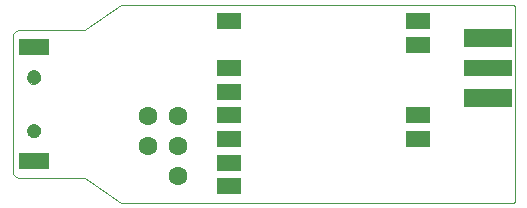
<source format=gbs>
G75*
%MOIN*%
%OFA0B0*%
%FSLAX24Y24*%
%IPPOS*%
%LPD*%
%AMOC8*
5,1,8,0,0,1.08239X$1,22.5*
%
%ADD10C,0.0000*%
%ADD11R,0.1640X0.0640*%
%ADD12R,0.1640X0.0540*%
%ADD13R,0.1040X0.0540*%
%ADD14C,0.0473*%
%ADD15R,0.0827X0.0552*%
%ADD16C,0.0631*%
D10*
X006315Y002474D02*
X006315Y006900D01*
X006317Y006930D01*
X006322Y006960D01*
X006331Y006989D01*
X006344Y007016D01*
X006359Y007042D01*
X006378Y007066D01*
X006399Y007087D01*
X006423Y007106D01*
X006449Y007121D01*
X006476Y007134D01*
X006505Y007143D01*
X006535Y007148D01*
X006565Y007150D01*
X008636Y007150D01*
X008779Y007195D02*
X009915Y007988D01*
X022963Y007988D01*
X022980Y007986D01*
X022997Y007982D01*
X023013Y007975D01*
X023027Y007965D01*
X023040Y007952D01*
X023050Y007938D01*
X023057Y007922D01*
X023061Y007905D01*
X023063Y007888D01*
X023063Y001486D01*
X023061Y001469D01*
X023057Y001452D01*
X023050Y001436D01*
X023040Y001422D01*
X023027Y001409D01*
X023013Y001399D01*
X022997Y001392D01*
X022980Y001388D01*
X022963Y001386D01*
X009915Y001386D01*
X008740Y002224D01*
X006565Y002224D01*
X006535Y002226D01*
X006505Y002231D01*
X006476Y002240D01*
X006449Y002253D01*
X006423Y002268D01*
X006399Y002287D01*
X006378Y002308D01*
X006359Y002332D01*
X006344Y002358D01*
X006331Y002385D01*
X006322Y002414D01*
X006317Y002444D01*
X006315Y002474D01*
X006798Y003801D02*
X006800Y003830D01*
X006806Y003858D01*
X006815Y003886D01*
X006828Y003912D01*
X006845Y003935D01*
X006864Y003957D01*
X006886Y003976D01*
X006911Y003991D01*
X006937Y004004D01*
X006965Y004012D01*
X006993Y004017D01*
X007022Y004018D01*
X007051Y004015D01*
X007079Y004008D01*
X007106Y003998D01*
X007132Y003984D01*
X007155Y003967D01*
X007176Y003947D01*
X007194Y003924D01*
X007209Y003899D01*
X007220Y003872D01*
X007228Y003844D01*
X007232Y003815D01*
X007232Y003787D01*
X007228Y003758D01*
X007220Y003730D01*
X007209Y003703D01*
X007194Y003678D01*
X007176Y003655D01*
X007155Y003635D01*
X007132Y003618D01*
X007106Y003604D01*
X007079Y003594D01*
X007051Y003587D01*
X007022Y003584D01*
X006993Y003585D01*
X006965Y003590D01*
X006937Y003598D01*
X006911Y003611D01*
X006886Y003626D01*
X006864Y003645D01*
X006845Y003667D01*
X006828Y003690D01*
X006815Y003716D01*
X006806Y003744D01*
X006800Y003772D01*
X006798Y003801D01*
X006798Y005573D02*
X006800Y005602D01*
X006806Y005630D01*
X006815Y005658D01*
X006828Y005684D01*
X006845Y005707D01*
X006864Y005729D01*
X006886Y005748D01*
X006911Y005763D01*
X006937Y005776D01*
X006965Y005784D01*
X006993Y005789D01*
X007022Y005790D01*
X007051Y005787D01*
X007079Y005780D01*
X007106Y005770D01*
X007132Y005756D01*
X007155Y005739D01*
X007176Y005719D01*
X007194Y005696D01*
X007209Y005671D01*
X007220Y005644D01*
X007228Y005616D01*
X007232Y005587D01*
X007232Y005559D01*
X007228Y005530D01*
X007220Y005502D01*
X007209Y005475D01*
X007194Y005450D01*
X007176Y005427D01*
X007155Y005407D01*
X007132Y005390D01*
X007106Y005376D01*
X007079Y005366D01*
X007051Y005359D01*
X007022Y005356D01*
X006993Y005357D01*
X006965Y005362D01*
X006937Y005370D01*
X006911Y005383D01*
X006886Y005398D01*
X006864Y005417D01*
X006845Y005439D01*
X006828Y005462D01*
X006815Y005488D01*
X006806Y005516D01*
X006800Y005544D01*
X006798Y005573D01*
X008636Y007150D02*
X008666Y007152D01*
X008696Y007157D01*
X008725Y007167D01*
X008753Y007179D01*
X008779Y007195D01*
D11*
X022165Y006900D03*
X022165Y004900D03*
D12*
X022165Y005900D03*
D13*
X007015Y006596D03*
X007015Y002778D03*
D14*
X007015Y003801D03*
X007015Y005573D03*
D15*
X013515Y005881D03*
X013515Y005094D03*
X013515Y004306D03*
X013515Y003519D03*
X013515Y002731D03*
X013515Y001944D03*
X019814Y003519D03*
X019814Y004306D03*
X019814Y006669D03*
X019814Y007456D03*
X013515Y007456D03*
D16*
X011815Y004300D03*
X010815Y004300D03*
X010815Y003300D03*
X011815Y003300D03*
X011815Y002300D03*
M02*

</source>
